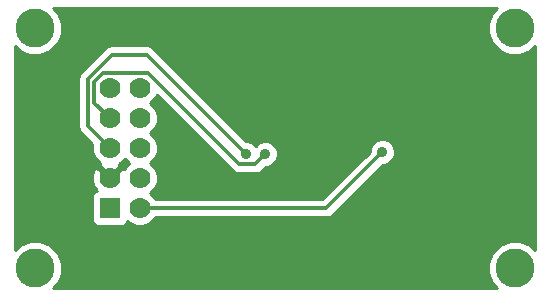
<source format=gbl>
G04 (created by PCBNEW-RS274X (2011-07-19)-testing) date Fri 10 Feb 2012 12:48:48 PM PST*
G01*
G70*
G90*
%MOIN*%
G04 Gerber Fmt 3.4, Leading zero omitted, Abs format*
%FSLAX34Y34*%
G04 APERTURE LIST*
%ADD10C,0.006000*%
%ADD11C,0.130000*%
%ADD12R,0.070000X0.070000*%
%ADD13C,0.070000*%
%ADD14C,0.035000*%
%ADD15C,0.012000*%
%ADD16C,0.010000*%
G04 APERTURE END LIST*
G54D10*
G54D11*
X67000Y-21000D03*
X51000Y-21000D03*
X67000Y-29000D03*
X51000Y-29000D03*
G54D12*
X53500Y-27000D03*
G54D13*
X54500Y-27000D03*
X53500Y-26000D03*
X54500Y-26000D03*
X53500Y-25000D03*
X54500Y-25000D03*
X53500Y-24000D03*
X54500Y-24000D03*
X53500Y-23000D03*
X54500Y-23000D03*
G54D14*
X58036Y-25192D03*
X58679Y-25191D03*
X62581Y-25132D03*
X53315Y-21411D03*
G54D15*
X54732Y-21888D02*
X58036Y-25192D01*
X53569Y-21888D02*
X54732Y-21888D01*
X52762Y-22695D02*
X53569Y-21888D01*
X52762Y-24262D02*
X52762Y-22695D01*
X53500Y-25000D02*
X52762Y-24262D01*
X58339Y-25531D02*
X58679Y-25191D01*
X57810Y-25531D02*
X58339Y-25531D01*
X54766Y-22487D02*
X57810Y-25531D01*
X53287Y-22487D02*
X54766Y-22487D01*
X52986Y-22788D02*
X53287Y-22487D01*
X52986Y-23486D02*
X52986Y-22788D01*
X53500Y-24000D02*
X52986Y-23486D01*
X60713Y-27000D02*
X54500Y-27000D01*
X62581Y-25132D02*
X60713Y-27000D01*
X52358Y-22368D02*
X53315Y-21411D01*
X52358Y-24858D02*
X52358Y-22368D01*
X53500Y-26000D02*
X52358Y-24858D01*
G54D10*
G36*
X67675Y-28402D02*
X67511Y-28238D01*
X67180Y-28100D01*
X66822Y-28100D01*
X66491Y-28237D01*
X66238Y-28489D01*
X66100Y-28820D01*
X66100Y-29178D01*
X66237Y-29509D01*
X66402Y-29675D01*
X63006Y-29675D01*
X63006Y-25217D01*
X63006Y-25048D01*
X62942Y-24892D01*
X62822Y-24772D01*
X62666Y-24707D01*
X62497Y-24707D01*
X62341Y-24771D01*
X62221Y-24891D01*
X62156Y-25047D01*
X62156Y-25118D01*
X60584Y-26690D01*
X55019Y-26690D01*
X55008Y-26661D01*
X54847Y-26500D01*
X55008Y-26339D01*
X55099Y-26119D01*
X55099Y-25881D01*
X55008Y-25661D01*
X54847Y-25500D01*
X55008Y-25339D01*
X55099Y-25119D01*
X55099Y-24881D01*
X55008Y-24661D01*
X54847Y-24500D01*
X55008Y-24339D01*
X55099Y-24119D01*
X55099Y-23881D01*
X55008Y-23661D01*
X54847Y-23500D01*
X55008Y-23339D01*
X55058Y-23217D01*
X57590Y-25750D01*
X57591Y-25750D01*
X57691Y-25817D01*
X57809Y-25840D01*
X57810Y-25841D01*
X58339Y-25841D01*
X58457Y-25817D01*
X58458Y-25817D01*
X58558Y-25750D01*
X58692Y-25616D01*
X58763Y-25616D01*
X58919Y-25552D01*
X59039Y-25432D01*
X59104Y-25276D01*
X59104Y-25107D01*
X59040Y-24951D01*
X58920Y-24831D01*
X58764Y-24766D01*
X58595Y-24766D01*
X58439Y-24830D01*
X58357Y-24912D01*
X58277Y-24832D01*
X58121Y-24767D01*
X58049Y-24767D01*
X54951Y-21669D01*
X54851Y-21602D01*
X54732Y-21578D01*
X53569Y-21578D01*
X53450Y-21602D01*
X53350Y-21669D01*
X52543Y-22476D01*
X52476Y-22576D01*
X52452Y-22695D01*
X52452Y-24262D01*
X52476Y-24381D01*
X52543Y-24481D01*
X52913Y-24851D01*
X52901Y-24881D01*
X52901Y-25119D01*
X52992Y-25339D01*
X53161Y-25508D01*
X53180Y-25515D01*
X53157Y-25586D01*
X53500Y-25929D01*
X53843Y-25586D01*
X53819Y-25515D01*
X53839Y-25508D01*
X54000Y-25347D01*
X54153Y-25500D01*
X53992Y-25661D01*
X53984Y-25680D01*
X53914Y-25657D01*
X53606Y-25965D01*
X53571Y-26000D01*
X53500Y-26071D01*
X53429Y-26000D01*
X53394Y-25965D01*
X53086Y-25657D01*
X52987Y-25690D01*
X52907Y-25909D01*
X52918Y-26144D01*
X52987Y-26310D01*
X53033Y-26325D01*
X52998Y-26361D01*
X53056Y-26419D01*
X53009Y-26439D01*
X52939Y-26509D01*
X52901Y-26600D01*
X52901Y-26699D01*
X52901Y-27399D01*
X52939Y-27491D01*
X53009Y-27561D01*
X53100Y-27599D01*
X53199Y-27599D01*
X53899Y-27599D01*
X53991Y-27561D01*
X54061Y-27491D01*
X54085Y-27432D01*
X54161Y-27508D01*
X54381Y-27599D01*
X54619Y-27599D01*
X54839Y-27508D01*
X55008Y-27339D01*
X55019Y-27310D01*
X60713Y-27310D01*
X60831Y-27286D01*
X60832Y-27286D01*
X60932Y-27219D01*
X62594Y-25557D01*
X62665Y-25557D01*
X62821Y-25493D01*
X62941Y-25373D01*
X63006Y-25217D01*
X63006Y-29675D01*
X51597Y-29675D01*
X51762Y-29511D01*
X51900Y-29180D01*
X51900Y-28822D01*
X51763Y-28491D01*
X51511Y-28238D01*
X51180Y-28100D01*
X50822Y-28100D01*
X50491Y-28237D01*
X50325Y-28402D01*
X50325Y-21597D01*
X50489Y-21762D01*
X50820Y-21900D01*
X51178Y-21900D01*
X51509Y-21763D01*
X51762Y-21511D01*
X51900Y-21180D01*
X51900Y-20822D01*
X51763Y-20491D01*
X51597Y-20325D01*
X66402Y-20325D01*
X66238Y-20489D01*
X66100Y-20820D01*
X66100Y-21178D01*
X66237Y-21509D01*
X66489Y-21762D01*
X66820Y-21900D01*
X67178Y-21900D01*
X67509Y-21763D01*
X67675Y-21597D01*
X67675Y-28402D01*
X67675Y-28402D01*
G37*
G54D16*
X67675Y-28402D02*
X67511Y-28238D01*
X67180Y-28100D01*
X66822Y-28100D01*
X66491Y-28237D01*
X66238Y-28489D01*
X66100Y-28820D01*
X66100Y-29178D01*
X66237Y-29509D01*
X66402Y-29675D01*
X63006Y-29675D01*
X63006Y-25217D01*
X63006Y-25048D01*
X62942Y-24892D01*
X62822Y-24772D01*
X62666Y-24707D01*
X62497Y-24707D01*
X62341Y-24771D01*
X62221Y-24891D01*
X62156Y-25047D01*
X62156Y-25118D01*
X60584Y-26690D01*
X55019Y-26690D01*
X55008Y-26661D01*
X54847Y-26500D01*
X55008Y-26339D01*
X55099Y-26119D01*
X55099Y-25881D01*
X55008Y-25661D01*
X54847Y-25500D01*
X55008Y-25339D01*
X55099Y-25119D01*
X55099Y-24881D01*
X55008Y-24661D01*
X54847Y-24500D01*
X55008Y-24339D01*
X55099Y-24119D01*
X55099Y-23881D01*
X55008Y-23661D01*
X54847Y-23500D01*
X55008Y-23339D01*
X55058Y-23217D01*
X57590Y-25750D01*
X57591Y-25750D01*
X57691Y-25817D01*
X57809Y-25840D01*
X57810Y-25841D01*
X58339Y-25841D01*
X58457Y-25817D01*
X58458Y-25817D01*
X58558Y-25750D01*
X58692Y-25616D01*
X58763Y-25616D01*
X58919Y-25552D01*
X59039Y-25432D01*
X59104Y-25276D01*
X59104Y-25107D01*
X59040Y-24951D01*
X58920Y-24831D01*
X58764Y-24766D01*
X58595Y-24766D01*
X58439Y-24830D01*
X58357Y-24912D01*
X58277Y-24832D01*
X58121Y-24767D01*
X58049Y-24767D01*
X54951Y-21669D01*
X54851Y-21602D01*
X54732Y-21578D01*
X53569Y-21578D01*
X53450Y-21602D01*
X53350Y-21669D01*
X52543Y-22476D01*
X52476Y-22576D01*
X52452Y-22695D01*
X52452Y-24262D01*
X52476Y-24381D01*
X52543Y-24481D01*
X52913Y-24851D01*
X52901Y-24881D01*
X52901Y-25119D01*
X52992Y-25339D01*
X53161Y-25508D01*
X53180Y-25515D01*
X53157Y-25586D01*
X53500Y-25929D01*
X53843Y-25586D01*
X53819Y-25515D01*
X53839Y-25508D01*
X54000Y-25347D01*
X54153Y-25500D01*
X53992Y-25661D01*
X53984Y-25680D01*
X53914Y-25657D01*
X53606Y-25965D01*
X53571Y-26000D01*
X53500Y-26071D01*
X53429Y-26000D01*
X53394Y-25965D01*
X53086Y-25657D01*
X52987Y-25690D01*
X52907Y-25909D01*
X52918Y-26144D01*
X52987Y-26310D01*
X53033Y-26325D01*
X52998Y-26361D01*
X53056Y-26419D01*
X53009Y-26439D01*
X52939Y-26509D01*
X52901Y-26600D01*
X52901Y-26699D01*
X52901Y-27399D01*
X52939Y-27491D01*
X53009Y-27561D01*
X53100Y-27599D01*
X53199Y-27599D01*
X53899Y-27599D01*
X53991Y-27561D01*
X54061Y-27491D01*
X54085Y-27432D01*
X54161Y-27508D01*
X54381Y-27599D01*
X54619Y-27599D01*
X54839Y-27508D01*
X55008Y-27339D01*
X55019Y-27310D01*
X60713Y-27310D01*
X60831Y-27286D01*
X60832Y-27286D01*
X60932Y-27219D01*
X62594Y-25557D01*
X62665Y-25557D01*
X62821Y-25493D01*
X62941Y-25373D01*
X63006Y-25217D01*
X63006Y-29675D01*
X51597Y-29675D01*
X51762Y-29511D01*
X51900Y-29180D01*
X51900Y-28822D01*
X51763Y-28491D01*
X51511Y-28238D01*
X51180Y-28100D01*
X50822Y-28100D01*
X50491Y-28237D01*
X50325Y-28402D01*
X50325Y-21597D01*
X50489Y-21762D01*
X50820Y-21900D01*
X51178Y-21900D01*
X51509Y-21763D01*
X51762Y-21511D01*
X51900Y-21180D01*
X51900Y-20822D01*
X51763Y-20491D01*
X51597Y-20325D01*
X66402Y-20325D01*
X66238Y-20489D01*
X66100Y-20820D01*
X66100Y-21178D01*
X66237Y-21509D01*
X66489Y-21762D01*
X66820Y-21900D01*
X67178Y-21900D01*
X67509Y-21763D01*
X67675Y-21597D01*
X67675Y-28402D01*
M02*

</source>
